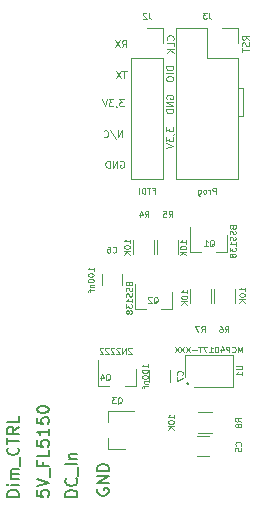
<source format=gbr>
G04 #@! TF.GenerationSoftware,KiCad,Pcbnew,(5.1.2)-2*
G04 #@! TF.CreationDate,2019-09-14T17:42:32+02:00*
G04 #@! TF.ProjectId,Inwall_Top,496e7761-6c6c-45f5-946f-702e6b696361,rev?*
G04 #@! TF.SameCoordinates,Original*
G04 #@! TF.FileFunction,Legend,Bot*
G04 #@! TF.FilePolarity,Positive*
%FSLAX46Y46*%
G04 Gerber Fmt 4.6, Leading zero omitted, Abs format (unit mm)*
G04 Created by KiCad (PCBNEW (5.1.2)-2) date 2019-09-14 17:42:32*
%MOMM*%
%LPD*%
G04 APERTURE LIST*
%ADD10C,0.100000*%
%ADD11C,0.120000*%
%ADD12C,0.125000*%
%ADD13C,0.130000*%
%ADD14C,0.150000*%
G04 APERTURE END LIST*
D10*
X123371428Y-65946428D02*
X123085714Y-65746428D01*
X123371428Y-65603571D02*
X122771428Y-65603571D01*
X122771428Y-65832142D01*
X122800000Y-65889285D01*
X122828571Y-65917857D01*
X122885714Y-65946428D01*
X122971428Y-65946428D01*
X123028571Y-65917857D01*
X123057142Y-65889285D01*
X123085714Y-65832142D01*
X123085714Y-65603571D01*
X123342857Y-66175000D02*
X123371428Y-66260714D01*
X123371428Y-66403571D01*
X123342857Y-66460714D01*
X123314285Y-66489285D01*
X123257142Y-66517857D01*
X123200000Y-66517857D01*
X123142857Y-66489285D01*
X123114285Y-66460714D01*
X123085714Y-66403571D01*
X123057142Y-66289285D01*
X123028571Y-66232142D01*
X123000000Y-66203571D01*
X122942857Y-66175000D01*
X122885714Y-66175000D01*
X122828571Y-66203571D01*
X122800000Y-66232142D01*
X122771428Y-66289285D01*
X122771428Y-66432142D01*
X122800000Y-66517857D01*
X122771428Y-66689285D02*
X122771428Y-67032142D01*
X123371428Y-66860714D02*
X122771428Y-66860714D01*
D11*
X122450000Y-70050000D02*
X122875000Y-70050000D01*
X122875000Y-70050000D02*
X122875000Y-72375000D01*
X122875000Y-72375000D02*
X122425000Y-72375000D01*
D10*
X116371428Y-73339285D02*
X116371428Y-73710714D01*
X116600000Y-73510714D01*
X116600000Y-73596428D01*
X116628571Y-73653571D01*
X116657142Y-73682142D01*
X116714285Y-73710714D01*
X116857142Y-73710714D01*
X116914285Y-73682142D01*
X116942857Y-73653571D01*
X116971428Y-73596428D01*
X116971428Y-73425000D01*
X116942857Y-73367857D01*
X116914285Y-73339285D01*
X116942857Y-73996428D02*
X116971428Y-73996428D01*
X117028571Y-73967857D01*
X117057142Y-73939285D01*
X116371428Y-74196428D02*
X116371428Y-74567857D01*
X116600000Y-74367857D01*
X116600000Y-74453571D01*
X116628571Y-74510714D01*
X116657142Y-74539285D01*
X116714285Y-74567857D01*
X116857142Y-74567857D01*
X116914285Y-74539285D01*
X116942857Y-74510714D01*
X116971428Y-74453571D01*
X116971428Y-74282142D01*
X116942857Y-74225000D01*
X116914285Y-74196428D01*
X116371428Y-74739285D02*
X116971428Y-74939285D01*
X116371428Y-75139285D01*
X116400000Y-70942857D02*
X116371428Y-70885714D01*
X116371428Y-70800000D01*
X116400000Y-70714285D01*
X116457142Y-70657142D01*
X116514285Y-70628571D01*
X116628571Y-70600000D01*
X116714285Y-70600000D01*
X116828571Y-70628571D01*
X116885714Y-70657142D01*
X116942857Y-70714285D01*
X116971428Y-70800000D01*
X116971428Y-70857142D01*
X116942857Y-70942857D01*
X116914285Y-70971428D01*
X116714285Y-70971428D01*
X116714285Y-70857142D01*
X116971428Y-71228571D02*
X116371428Y-71228571D01*
X116971428Y-71571428D01*
X116371428Y-71571428D01*
X116971428Y-71857142D02*
X116371428Y-71857142D01*
X116371428Y-72000000D01*
X116400000Y-72085714D01*
X116457142Y-72142857D01*
X116514285Y-72171428D01*
X116628571Y-72200000D01*
X116714285Y-72200000D01*
X116828571Y-72171428D01*
X116885714Y-72142857D01*
X116942857Y-72085714D01*
X116971428Y-72000000D01*
X116971428Y-71857142D01*
X116971428Y-68210714D02*
X116371428Y-68210714D01*
X116371428Y-68353571D01*
X116400000Y-68439285D01*
X116457142Y-68496428D01*
X116514285Y-68525000D01*
X116628571Y-68553571D01*
X116714285Y-68553571D01*
X116828571Y-68525000D01*
X116885714Y-68496428D01*
X116942857Y-68439285D01*
X116971428Y-68353571D01*
X116971428Y-68210714D01*
X116971428Y-68810714D02*
X116371428Y-68810714D01*
X116371428Y-69210714D02*
X116371428Y-69325000D01*
X116400000Y-69382142D01*
X116457142Y-69439285D01*
X116571428Y-69467857D01*
X116771428Y-69467857D01*
X116885714Y-69439285D01*
X116942857Y-69382142D01*
X116971428Y-69325000D01*
X116971428Y-69210714D01*
X116942857Y-69153571D01*
X116885714Y-69096428D01*
X116771428Y-69067857D01*
X116571428Y-69067857D01*
X116457142Y-69096428D01*
X116400000Y-69153571D01*
X116371428Y-69210714D01*
X116939285Y-65967857D02*
X116967857Y-65939285D01*
X116996428Y-65853571D01*
X116996428Y-65796428D01*
X116967857Y-65710714D01*
X116910714Y-65653571D01*
X116853571Y-65625000D01*
X116739285Y-65596428D01*
X116653571Y-65596428D01*
X116539285Y-65625000D01*
X116482142Y-65653571D01*
X116425000Y-65710714D01*
X116396428Y-65796428D01*
X116396428Y-65853571D01*
X116425000Y-65939285D01*
X116453571Y-65967857D01*
X116996428Y-66510714D02*
X116996428Y-66225000D01*
X116396428Y-66225000D01*
X116996428Y-66710714D02*
X116396428Y-66710714D01*
X116996428Y-67053571D02*
X116653571Y-66796428D01*
X116396428Y-67053571D02*
X116739285Y-66710714D01*
X112482142Y-76225000D02*
X112539285Y-76196428D01*
X112625000Y-76196428D01*
X112710714Y-76225000D01*
X112767857Y-76282142D01*
X112796428Y-76339285D01*
X112825000Y-76453571D01*
X112825000Y-76539285D01*
X112796428Y-76653571D01*
X112767857Y-76710714D01*
X112710714Y-76767857D01*
X112625000Y-76796428D01*
X112567857Y-76796428D01*
X112482142Y-76767857D01*
X112453571Y-76739285D01*
X112453571Y-76539285D01*
X112567857Y-76539285D01*
X112196428Y-76796428D02*
X112196428Y-76196428D01*
X111853571Y-76796428D01*
X111853571Y-76196428D01*
X111567857Y-76796428D02*
X111567857Y-76196428D01*
X111425000Y-76196428D01*
X111339285Y-76225000D01*
X111282142Y-76282142D01*
X111253571Y-76339285D01*
X111225000Y-76453571D01*
X111225000Y-76539285D01*
X111253571Y-76653571D01*
X111282142Y-76710714D01*
X111339285Y-76767857D01*
X111425000Y-76796428D01*
X111567857Y-76796428D01*
X112660714Y-74221428D02*
X112660714Y-73621428D01*
X112317857Y-74221428D01*
X112317857Y-73621428D01*
X111603571Y-73592857D02*
X112117857Y-74364285D01*
X111060714Y-74164285D02*
X111089285Y-74192857D01*
X111175000Y-74221428D01*
X111232142Y-74221428D01*
X111317857Y-74192857D01*
X111375000Y-74135714D01*
X111403571Y-74078571D01*
X111432142Y-73964285D01*
X111432142Y-73878571D01*
X111403571Y-73764285D01*
X111375000Y-73707142D01*
X111317857Y-73650000D01*
X111232142Y-73621428D01*
X111175000Y-73621428D01*
X111089285Y-73650000D01*
X111060714Y-73678571D01*
X112760714Y-70996428D02*
X112389285Y-70996428D01*
X112589285Y-71225000D01*
X112503571Y-71225000D01*
X112446428Y-71253571D01*
X112417857Y-71282142D01*
X112389285Y-71339285D01*
X112389285Y-71482142D01*
X112417857Y-71539285D01*
X112446428Y-71567857D01*
X112503571Y-71596428D01*
X112675000Y-71596428D01*
X112732142Y-71567857D01*
X112760714Y-71539285D01*
X112103571Y-71567857D02*
X112103571Y-71596428D01*
X112132142Y-71653571D01*
X112160714Y-71682142D01*
X111903571Y-70996428D02*
X111532142Y-70996428D01*
X111732142Y-71225000D01*
X111646428Y-71225000D01*
X111589285Y-71253571D01*
X111560714Y-71282142D01*
X111532142Y-71339285D01*
X111532142Y-71482142D01*
X111560714Y-71539285D01*
X111589285Y-71567857D01*
X111646428Y-71596428D01*
X111817857Y-71596428D01*
X111875000Y-71567857D01*
X111903571Y-71539285D01*
X111360714Y-70996428D02*
X111160714Y-71596428D01*
X110960714Y-70996428D01*
X113007142Y-68571428D02*
X112664285Y-68571428D01*
X112835714Y-69171428D02*
X112835714Y-68571428D01*
X112521428Y-68571428D02*
X112121428Y-69171428D01*
X112121428Y-68571428D02*
X112521428Y-69171428D01*
X112625000Y-66596428D02*
X112825000Y-66310714D01*
X112967857Y-66596428D02*
X112967857Y-65996428D01*
X112739285Y-65996428D01*
X112682142Y-66025000D01*
X112653571Y-66053571D01*
X112625000Y-66110714D01*
X112625000Y-66196428D01*
X112653571Y-66253571D01*
X112682142Y-66282142D01*
X112739285Y-66310714D01*
X112967857Y-66310714D01*
X112425000Y-65996428D02*
X112025000Y-66596428D01*
X112025000Y-65996428D02*
X112425000Y-66596428D01*
X116062000Y-77758000D02*
X113402000Y-77758000D01*
X116062000Y-67538000D02*
X116062000Y-77758000D01*
X113402000Y-67538000D02*
X113402000Y-77758000D01*
X116062000Y-67538000D02*
X113402000Y-67538000D01*
X116062000Y-66268000D02*
X116062000Y-64938000D01*
X116062000Y-64938000D02*
X114732000Y-64938000D01*
X122412000Y-77758000D02*
X117212000Y-77758000D01*
X122412000Y-67538000D02*
X122412000Y-77758000D01*
X117212000Y-64938000D02*
X117212000Y-77758000D01*
X122412000Y-67538000D02*
X119812000Y-67538000D01*
X119812000Y-67538000D02*
X119812000Y-64938000D01*
X119812000Y-64938000D02*
X117212000Y-64938000D01*
X122412000Y-66268000D02*
X122412000Y-64938000D01*
X122412000Y-64938000D02*
X121082000Y-64938000D01*
X121550000Y-83940000D02*
X121550000Y-82480000D01*
X118390000Y-83940000D02*
X118390000Y-81780000D01*
X118390000Y-83940000D02*
X119320000Y-83940000D01*
X121550000Y-83940000D02*
X120620000Y-83940000D01*
X116856000Y-88766000D02*
X115926000Y-88766000D01*
X113696000Y-88766000D02*
X114626000Y-88766000D01*
X113696000Y-88766000D02*
X113696000Y-86606000D01*
X116856000Y-88766000D02*
X116856000Y-87306000D01*
X115328000Y-84130000D02*
X115328000Y-82930000D01*
X113568000Y-82930000D02*
X113568000Y-84130000D01*
X117360000Y-84130000D02*
X117360000Y-82930000D01*
X115600000Y-82930000D02*
X115600000Y-84130000D01*
X120426000Y-87088000D02*
X120426000Y-88288000D01*
X122186000Y-88288000D02*
X122186000Y-87088000D01*
X118394000Y-87088000D02*
X118394000Y-88288000D01*
X120154000Y-88288000D02*
X120154000Y-87088000D01*
X119032000Y-99236000D02*
X120232000Y-99236000D01*
X120232000Y-97476000D02*
X119032000Y-97476000D01*
X118750000Y-95325000D02*
X122050000Y-95325000D01*
X122050000Y-95325000D02*
X122050000Y-92675000D01*
X122050000Y-92675000D02*
X117950000Y-92675000D01*
X117950000Y-92675000D02*
X117950000Y-94525000D01*
X118255902Y-95075000D02*
G75*
G03X118255902Y-95075000I-55902J0D01*
G01*
X118286803Y-95075000D02*
G75*
G03X118286803Y-95075000I-111803J0D01*
G01*
X113780000Y-95260000D02*
X112850000Y-95260000D01*
X110620000Y-95260000D02*
X111550000Y-95260000D01*
X110620000Y-95260000D02*
X110620000Y-93100000D01*
X113780000Y-95260000D02*
X113780000Y-93800000D01*
D11*
X111440000Y-100580000D02*
X111440000Y-99650000D01*
X111440000Y-97420000D02*
X111440000Y-98350000D01*
X111440000Y-97420000D02*
X113600000Y-97420000D01*
X111440000Y-100580000D02*
X112900000Y-100580000D01*
X118978000Y-99538000D02*
X119978000Y-99538000D01*
X119978000Y-101238000D02*
X118978000Y-101238000D01*
X110900000Y-86750000D02*
X110900000Y-85750000D01*
X112600000Y-85750000D02*
X112600000Y-86750000D01*
X116650000Y-93900000D02*
X116650000Y-94900000D01*
X114950000Y-94900000D02*
X114950000Y-93900000D01*
D12*
X114898666Y-63664190D02*
X114898666Y-64021333D01*
X114922476Y-64092761D01*
X114970095Y-64140380D01*
X115041523Y-64164190D01*
X115089142Y-64164190D01*
X114684380Y-63711809D02*
X114660571Y-63688000D01*
X114612952Y-63664190D01*
X114493904Y-63664190D01*
X114446285Y-63688000D01*
X114422476Y-63711809D01*
X114398666Y-63759428D01*
X114398666Y-63807047D01*
X114422476Y-63878476D01*
X114708190Y-64164190D01*
X114398666Y-64164190D01*
D13*
D12*
X115220095Y-78722285D02*
X115386761Y-78722285D01*
X115386761Y-78984190D02*
X115386761Y-78484190D01*
X115148666Y-78484190D01*
X115029619Y-78484190D02*
X114743904Y-78484190D01*
X114886761Y-78984190D02*
X114886761Y-78484190D01*
X114577238Y-78984190D02*
X114577238Y-78484190D01*
X114458190Y-78484190D01*
X114386761Y-78508000D01*
X114339142Y-78555619D01*
X114315333Y-78603238D01*
X114291523Y-78698476D01*
X114291523Y-78769904D01*
X114315333Y-78865142D01*
X114339142Y-78912761D01*
X114386761Y-78960380D01*
X114458190Y-78984190D01*
X114577238Y-78984190D01*
X114077238Y-78984190D02*
X114077238Y-78484190D01*
D13*
D12*
X119978666Y-63664190D02*
X119978666Y-64021333D01*
X120002476Y-64092761D01*
X120050095Y-64140380D01*
X120121523Y-64164190D01*
X120169142Y-64164190D01*
X119788190Y-63664190D02*
X119478666Y-63664190D01*
X119645333Y-63854666D01*
X119573904Y-63854666D01*
X119526285Y-63878476D01*
X119502476Y-63902285D01*
X119478666Y-63949904D01*
X119478666Y-64068952D01*
X119502476Y-64116571D01*
X119526285Y-64140380D01*
X119573904Y-64164190D01*
X119716761Y-64164190D01*
X119764380Y-64140380D01*
X119788190Y-64116571D01*
D13*
D12*
X120550095Y-78984190D02*
X120550095Y-78484190D01*
X120359619Y-78484190D01*
X120312000Y-78508000D01*
X120288190Y-78531809D01*
X120264380Y-78579428D01*
X120264380Y-78650857D01*
X120288190Y-78698476D01*
X120312000Y-78722285D01*
X120359619Y-78746095D01*
X120550095Y-78746095D01*
X120050095Y-78984190D02*
X120050095Y-78650857D01*
X120050095Y-78746095D02*
X120026285Y-78698476D01*
X120002476Y-78674666D01*
X119954857Y-78650857D01*
X119907238Y-78650857D01*
X119669142Y-78984190D02*
X119716761Y-78960380D01*
X119740571Y-78936571D01*
X119764380Y-78888952D01*
X119764380Y-78746095D01*
X119740571Y-78698476D01*
X119716761Y-78674666D01*
X119669142Y-78650857D01*
X119597714Y-78650857D01*
X119550095Y-78674666D01*
X119526285Y-78698476D01*
X119502476Y-78746095D01*
X119502476Y-78888952D01*
X119526285Y-78936571D01*
X119550095Y-78960380D01*
X119597714Y-78984190D01*
X119669142Y-78984190D01*
X119073904Y-78650857D02*
X119073904Y-79055619D01*
X119097714Y-79103238D01*
X119121523Y-79127047D01*
X119169142Y-79150857D01*
X119240571Y-79150857D01*
X119288190Y-79127047D01*
X119073904Y-78960380D02*
X119121523Y-78984190D01*
X119216761Y-78984190D01*
X119264380Y-78960380D01*
X119288190Y-78936571D01*
X119312000Y-78888952D01*
X119312000Y-78746095D01*
X119288190Y-78698476D01*
X119264380Y-78674666D01*
X119216761Y-78650857D01*
X119121523Y-78650857D01*
X119073904Y-78674666D01*
D13*
D12*
X120047619Y-83453809D02*
X120095238Y-83430000D01*
X120142857Y-83382380D01*
X120214285Y-83310952D01*
X120261904Y-83287142D01*
X120309523Y-83287142D01*
X120285714Y-83406190D02*
X120333333Y-83382380D01*
X120380952Y-83334761D01*
X120404761Y-83239523D01*
X120404761Y-83072857D01*
X120380952Y-82977619D01*
X120333333Y-82930000D01*
X120285714Y-82906190D01*
X120190476Y-82906190D01*
X120142857Y-82930000D01*
X120095238Y-82977619D01*
X120071428Y-83072857D01*
X120071428Y-83239523D01*
X120095238Y-83334761D01*
X120142857Y-83382380D01*
X120190476Y-83406190D01*
X120285714Y-83406190D01*
X119595238Y-83406190D02*
X119880952Y-83406190D01*
X119738095Y-83406190D02*
X119738095Y-82906190D01*
X119785714Y-82977619D01*
X119833333Y-83025238D01*
X119880952Y-83049047D01*
D13*
D12*
X121989285Y-81845238D02*
X122013095Y-81916666D01*
X122036904Y-81940476D01*
X122084523Y-81964285D01*
X122155952Y-81964285D01*
X122203571Y-81940476D01*
X122227380Y-81916666D01*
X122251190Y-81869047D01*
X122251190Y-81678571D01*
X121751190Y-81678571D01*
X121751190Y-81845238D01*
X121775000Y-81892857D01*
X121798809Y-81916666D01*
X121846428Y-81940476D01*
X121894047Y-81940476D01*
X121941666Y-81916666D01*
X121965476Y-81892857D01*
X121989285Y-81845238D01*
X121989285Y-81678571D01*
X122227380Y-82154761D02*
X122251190Y-82226190D01*
X122251190Y-82345238D01*
X122227380Y-82392857D01*
X122203571Y-82416666D01*
X122155952Y-82440476D01*
X122108333Y-82440476D01*
X122060714Y-82416666D01*
X122036904Y-82392857D01*
X122013095Y-82345238D01*
X121989285Y-82250000D01*
X121965476Y-82202380D01*
X121941666Y-82178571D01*
X121894047Y-82154761D01*
X121846428Y-82154761D01*
X121798809Y-82178571D01*
X121775000Y-82202380D01*
X121751190Y-82250000D01*
X121751190Y-82369047D01*
X121775000Y-82440476D01*
X122227380Y-82630952D02*
X122251190Y-82702380D01*
X122251190Y-82821428D01*
X122227380Y-82869047D01*
X122203571Y-82892857D01*
X122155952Y-82916666D01*
X122108333Y-82916666D01*
X122060714Y-82892857D01*
X122036904Y-82869047D01*
X122013095Y-82821428D01*
X121989285Y-82726190D01*
X121965476Y-82678571D01*
X121941666Y-82654761D01*
X121894047Y-82630952D01*
X121846428Y-82630952D01*
X121798809Y-82654761D01*
X121775000Y-82678571D01*
X121751190Y-82726190D01*
X121751190Y-82845238D01*
X121775000Y-82916666D01*
X122251190Y-83392857D02*
X122251190Y-83107142D01*
X122251190Y-83250000D02*
X121751190Y-83250000D01*
X121822619Y-83202380D01*
X121870238Y-83154761D01*
X121894047Y-83107142D01*
X121751190Y-83559523D02*
X121751190Y-83869047D01*
X121941666Y-83702380D01*
X121941666Y-83773809D01*
X121965476Y-83821428D01*
X121989285Y-83845238D01*
X122036904Y-83869047D01*
X122155952Y-83869047D01*
X122203571Y-83845238D01*
X122227380Y-83821428D01*
X122251190Y-83773809D01*
X122251190Y-83630952D01*
X122227380Y-83583333D01*
X122203571Y-83559523D01*
X121965476Y-84154761D02*
X121941666Y-84107142D01*
X121917857Y-84083333D01*
X121870238Y-84059523D01*
X121846428Y-84059523D01*
X121798809Y-84083333D01*
X121775000Y-84107142D01*
X121751190Y-84154761D01*
X121751190Y-84250000D01*
X121775000Y-84297619D01*
X121798809Y-84321428D01*
X121846428Y-84345238D01*
X121870238Y-84345238D01*
X121917857Y-84321428D01*
X121941666Y-84297619D01*
X121965476Y-84250000D01*
X121965476Y-84154761D01*
X121989285Y-84107142D01*
X122013095Y-84083333D01*
X122060714Y-84059523D01*
X122155952Y-84059523D01*
X122203571Y-84083333D01*
X122227380Y-84107142D01*
X122251190Y-84154761D01*
X122251190Y-84250000D01*
X122227380Y-84297619D01*
X122203571Y-84321428D01*
X122155952Y-84345238D01*
X122060714Y-84345238D01*
X122013095Y-84321428D01*
X121989285Y-84297619D01*
X121965476Y-84250000D01*
D13*
D12*
X115297619Y-88273809D02*
X115345238Y-88250000D01*
X115392857Y-88202380D01*
X115464285Y-88130952D01*
X115511904Y-88107142D01*
X115559523Y-88107142D01*
X115535714Y-88226190D02*
X115583333Y-88202380D01*
X115630952Y-88154761D01*
X115654761Y-88059523D01*
X115654761Y-87892857D01*
X115630952Y-87797619D01*
X115583333Y-87750000D01*
X115535714Y-87726190D01*
X115440476Y-87726190D01*
X115392857Y-87750000D01*
X115345238Y-87797619D01*
X115321428Y-87892857D01*
X115321428Y-88059523D01*
X115345238Y-88154761D01*
X115392857Y-88202380D01*
X115440476Y-88226190D01*
X115535714Y-88226190D01*
X115130952Y-87773809D02*
X115107142Y-87750000D01*
X115059523Y-87726190D01*
X114940476Y-87726190D01*
X114892857Y-87750000D01*
X114869047Y-87773809D01*
X114845238Y-87821428D01*
X114845238Y-87869047D01*
X114869047Y-87940476D01*
X115154761Y-88226190D01*
X114845238Y-88226190D01*
D13*
D12*
X113214285Y-86645238D02*
X113238095Y-86716666D01*
X113261904Y-86740476D01*
X113309523Y-86764285D01*
X113380952Y-86764285D01*
X113428571Y-86740476D01*
X113452380Y-86716666D01*
X113476190Y-86669047D01*
X113476190Y-86478571D01*
X112976190Y-86478571D01*
X112976190Y-86645238D01*
X113000000Y-86692857D01*
X113023809Y-86716666D01*
X113071428Y-86740476D01*
X113119047Y-86740476D01*
X113166666Y-86716666D01*
X113190476Y-86692857D01*
X113214285Y-86645238D01*
X113214285Y-86478571D01*
X113452380Y-86954761D02*
X113476190Y-87026190D01*
X113476190Y-87145238D01*
X113452380Y-87192857D01*
X113428571Y-87216666D01*
X113380952Y-87240476D01*
X113333333Y-87240476D01*
X113285714Y-87216666D01*
X113261904Y-87192857D01*
X113238095Y-87145238D01*
X113214285Y-87050000D01*
X113190476Y-87002380D01*
X113166666Y-86978571D01*
X113119047Y-86954761D01*
X113071428Y-86954761D01*
X113023809Y-86978571D01*
X113000000Y-87002380D01*
X112976190Y-87050000D01*
X112976190Y-87169047D01*
X113000000Y-87240476D01*
X113452380Y-87430952D02*
X113476190Y-87502380D01*
X113476190Y-87621428D01*
X113452380Y-87669047D01*
X113428571Y-87692857D01*
X113380952Y-87716666D01*
X113333333Y-87716666D01*
X113285714Y-87692857D01*
X113261904Y-87669047D01*
X113238095Y-87621428D01*
X113214285Y-87526190D01*
X113190476Y-87478571D01*
X113166666Y-87454761D01*
X113119047Y-87430952D01*
X113071428Y-87430952D01*
X113023809Y-87454761D01*
X113000000Y-87478571D01*
X112976190Y-87526190D01*
X112976190Y-87645238D01*
X113000000Y-87716666D01*
X113476190Y-88192857D02*
X113476190Y-87907142D01*
X113476190Y-88050000D02*
X112976190Y-88050000D01*
X113047619Y-88002380D01*
X113095238Y-87954761D01*
X113119047Y-87907142D01*
X112976190Y-88359523D02*
X112976190Y-88669047D01*
X113166666Y-88502380D01*
X113166666Y-88573809D01*
X113190476Y-88621428D01*
X113214285Y-88645238D01*
X113261904Y-88669047D01*
X113380952Y-88669047D01*
X113428571Y-88645238D01*
X113452380Y-88621428D01*
X113476190Y-88573809D01*
X113476190Y-88430952D01*
X113452380Y-88383333D01*
X113428571Y-88359523D01*
X113190476Y-88954761D02*
X113166666Y-88907142D01*
X113142857Y-88883333D01*
X113095238Y-88859523D01*
X113071428Y-88859523D01*
X113023809Y-88883333D01*
X113000000Y-88907142D01*
X112976190Y-88954761D01*
X112976190Y-89050000D01*
X113000000Y-89097619D01*
X113023809Y-89121428D01*
X113071428Y-89145238D01*
X113095238Y-89145238D01*
X113142857Y-89121428D01*
X113166666Y-89097619D01*
X113190476Y-89050000D01*
X113190476Y-88954761D01*
X113214285Y-88907142D01*
X113238095Y-88883333D01*
X113285714Y-88859523D01*
X113380952Y-88859523D01*
X113428571Y-88883333D01*
X113452380Y-88907142D01*
X113476190Y-88954761D01*
X113476190Y-89050000D01*
X113452380Y-89097619D01*
X113428571Y-89121428D01*
X113380952Y-89145238D01*
X113285714Y-89145238D01*
X113238095Y-89121428D01*
X113214285Y-89097619D01*
X113190476Y-89050000D01*
D13*
D12*
X114583333Y-80976190D02*
X114750000Y-80738095D01*
X114869047Y-80976190D02*
X114869047Y-80476190D01*
X114678571Y-80476190D01*
X114630952Y-80500000D01*
X114607142Y-80523809D01*
X114583333Y-80571428D01*
X114583333Y-80642857D01*
X114607142Y-80690476D01*
X114630952Y-80714285D01*
X114678571Y-80738095D01*
X114869047Y-80738095D01*
X114154761Y-80642857D02*
X114154761Y-80976190D01*
X114273809Y-80452380D02*
X114392857Y-80809523D01*
X114083333Y-80809523D01*
D13*
D12*
X113301190Y-83179761D02*
X113301190Y-82894047D01*
X113301190Y-83036904D02*
X112801190Y-83036904D01*
X112872619Y-82989285D01*
X112920238Y-82941666D01*
X112944047Y-82894047D01*
X112801190Y-83489285D02*
X112801190Y-83536904D01*
X112825000Y-83584523D01*
X112848809Y-83608333D01*
X112896428Y-83632142D01*
X112991666Y-83655952D01*
X113110714Y-83655952D01*
X113205952Y-83632142D01*
X113253571Y-83608333D01*
X113277380Y-83584523D01*
X113301190Y-83536904D01*
X113301190Y-83489285D01*
X113277380Y-83441666D01*
X113253571Y-83417857D01*
X113205952Y-83394047D01*
X113110714Y-83370238D01*
X112991666Y-83370238D01*
X112896428Y-83394047D01*
X112848809Y-83417857D01*
X112825000Y-83441666D01*
X112801190Y-83489285D01*
X113301190Y-83870238D02*
X112801190Y-83870238D01*
X113301190Y-84155952D02*
X113015476Y-83941666D01*
X112801190Y-84155952D02*
X113086904Y-83870238D01*
D13*
D12*
X116583333Y-80976190D02*
X116750000Y-80738095D01*
X116869047Y-80976190D02*
X116869047Y-80476190D01*
X116678571Y-80476190D01*
X116630952Y-80500000D01*
X116607142Y-80523809D01*
X116583333Y-80571428D01*
X116583333Y-80642857D01*
X116607142Y-80690476D01*
X116630952Y-80714285D01*
X116678571Y-80738095D01*
X116869047Y-80738095D01*
X116130952Y-80476190D02*
X116369047Y-80476190D01*
X116392857Y-80714285D01*
X116369047Y-80690476D01*
X116321428Y-80666666D01*
X116202380Y-80666666D01*
X116154761Y-80690476D01*
X116130952Y-80714285D01*
X116107142Y-80761904D01*
X116107142Y-80880952D01*
X116130952Y-80928571D01*
X116154761Y-80952380D01*
X116202380Y-80976190D01*
X116321428Y-80976190D01*
X116369047Y-80952380D01*
X116392857Y-80928571D01*
D13*
D12*
X118051190Y-83229761D02*
X118051190Y-82944047D01*
X118051190Y-83086904D02*
X117551190Y-83086904D01*
X117622619Y-83039285D01*
X117670238Y-82991666D01*
X117694047Y-82944047D01*
X117551190Y-83539285D02*
X117551190Y-83586904D01*
X117575000Y-83634523D01*
X117598809Y-83658333D01*
X117646428Y-83682142D01*
X117741666Y-83705952D01*
X117860714Y-83705952D01*
X117955952Y-83682142D01*
X118003571Y-83658333D01*
X118027380Y-83634523D01*
X118051190Y-83586904D01*
X118051190Y-83539285D01*
X118027380Y-83491666D01*
X118003571Y-83467857D01*
X117955952Y-83444047D01*
X117860714Y-83420238D01*
X117741666Y-83420238D01*
X117646428Y-83444047D01*
X117598809Y-83467857D01*
X117575000Y-83491666D01*
X117551190Y-83539285D01*
X118051190Y-83920238D02*
X117551190Y-83920238D01*
X118051190Y-84205952D02*
X117765476Y-83991666D01*
X117551190Y-84205952D02*
X117836904Y-83920238D01*
D13*
D12*
X121333333Y-90726190D02*
X121500000Y-90488095D01*
X121619047Y-90726190D02*
X121619047Y-90226190D01*
X121428571Y-90226190D01*
X121380952Y-90250000D01*
X121357142Y-90273809D01*
X121333333Y-90321428D01*
X121333333Y-90392857D01*
X121357142Y-90440476D01*
X121380952Y-90464285D01*
X121428571Y-90488095D01*
X121619047Y-90488095D01*
X120904761Y-90226190D02*
X121000000Y-90226190D01*
X121047619Y-90250000D01*
X121071428Y-90273809D01*
X121119047Y-90345238D01*
X121142857Y-90440476D01*
X121142857Y-90630952D01*
X121119047Y-90678571D01*
X121095238Y-90702380D01*
X121047619Y-90726190D01*
X120952380Y-90726190D01*
X120904761Y-90702380D01*
X120880952Y-90678571D01*
X120857142Y-90630952D01*
X120857142Y-90511904D01*
X120880952Y-90464285D01*
X120904761Y-90440476D01*
X120952380Y-90416666D01*
X121047619Y-90416666D01*
X121095238Y-90440476D01*
X121119047Y-90464285D01*
X121142857Y-90511904D01*
D13*
D12*
X123051190Y-87229761D02*
X123051190Y-86944047D01*
X123051190Y-87086904D02*
X122551190Y-87086904D01*
X122622619Y-87039285D01*
X122670238Y-86991666D01*
X122694047Y-86944047D01*
X122551190Y-87539285D02*
X122551190Y-87586904D01*
X122575000Y-87634523D01*
X122598809Y-87658333D01*
X122646428Y-87682142D01*
X122741666Y-87705952D01*
X122860714Y-87705952D01*
X122955952Y-87682142D01*
X123003571Y-87658333D01*
X123027380Y-87634523D01*
X123051190Y-87586904D01*
X123051190Y-87539285D01*
X123027380Y-87491666D01*
X123003571Y-87467857D01*
X122955952Y-87444047D01*
X122860714Y-87420238D01*
X122741666Y-87420238D01*
X122646428Y-87444047D01*
X122598809Y-87467857D01*
X122575000Y-87491666D01*
X122551190Y-87539285D01*
X123051190Y-87920238D02*
X122551190Y-87920238D01*
X123051190Y-88205952D02*
X122765476Y-87991666D01*
X122551190Y-88205952D02*
X122836904Y-87920238D01*
D13*
D12*
X119333333Y-90726190D02*
X119500000Y-90488095D01*
X119619047Y-90726190D02*
X119619047Y-90226190D01*
X119428571Y-90226190D01*
X119380952Y-90250000D01*
X119357142Y-90273809D01*
X119333333Y-90321428D01*
X119333333Y-90392857D01*
X119357142Y-90440476D01*
X119380952Y-90464285D01*
X119428571Y-90488095D01*
X119619047Y-90488095D01*
X119166666Y-90226190D02*
X118833333Y-90226190D01*
X119047619Y-90726190D01*
D13*
D12*
X118151190Y-87429761D02*
X118151190Y-87144047D01*
X118151190Y-87286904D02*
X117651190Y-87286904D01*
X117722619Y-87239285D01*
X117770238Y-87191666D01*
X117794047Y-87144047D01*
X117651190Y-87739285D02*
X117651190Y-87786904D01*
X117675000Y-87834523D01*
X117698809Y-87858333D01*
X117746428Y-87882142D01*
X117841666Y-87905952D01*
X117960714Y-87905952D01*
X118055952Y-87882142D01*
X118103571Y-87858333D01*
X118127380Y-87834523D01*
X118151190Y-87786904D01*
X118151190Y-87739285D01*
X118127380Y-87691666D01*
X118103571Y-87667857D01*
X118055952Y-87644047D01*
X117960714Y-87620238D01*
X117841666Y-87620238D01*
X117746428Y-87644047D01*
X117698809Y-87667857D01*
X117675000Y-87691666D01*
X117651190Y-87739285D01*
X118151190Y-88120238D02*
X117651190Y-88120238D01*
X118151190Y-88405952D02*
X117865476Y-88191666D01*
X117651190Y-88405952D02*
X117936904Y-88120238D01*
D13*
D12*
X122726190Y-98291666D02*
X122488095Y-98125000D01*
X122726190Y-98005952D02*
X122226190Y-98005952D01*
X122226190Y-98196428D01*
X122250000Y-98244047D01*
X122273809Y-98267857D01*
X122321428Y-98291666D01*
X122392857Y-98291666D01*
X122440476Y-98267857D01*
X122464285Y-98244047D01*
X122488095Y-98196428D01*
X122488095Y-98005952D01*
X122440476Y-98577380D02*
X122416666Y-98529761D01*
X122392857Y-98505952D01*
X122345238Y-98482142D01*
X122321428Y-98482142D01*
X122273809Y-98505952D01*
X122250000Y-98529761D01*
X122226190Y-98577380D01*
X122226190Y-98672619D01*
X122250000Y-98720238D01*
X122273809Y-98744047D01*
X122321428Y-98767857D01*
X122345238Y-98767857D01*
X122392857Y-98744047D01*
X122416666Y-98720238D01*
X122440476Y-98672619D01*
X122440476Y-98577380D01*
X122464285Y-98529761D01*
X122488095Y-98505952D01*
X122535714Y-98482142D01*
X122630952Y-98482142D01*
X122678571Y-98505952D01*
X122702380Y-98529761D01*
X122726190Y-98577380D01*
X122726190Y-98672619D01*
X122702380Y-98720238D01*
X122678571Y-98744047D01*
X122630952Y-98767857D01*
X122535714Y-98767857D01*
X122488095Y-98744047D01*
X122464285Y-98720238D01*
X122440476Y-98672619D01*
D13*
D12*
X117026190Y-98004761D02*
X117026190Y-97719047D01*
X117026190Y-97861904D02*
X116526190Y-97861904D01*
X116597619Y-97814285D01*
X116645238Y-97766666D01*
X116669047Y-97719047D01*
X116526190Y-98314285D02*
X116526190Y-98361904D01*
X116550000Y-98409523D01*
X116573809Y-98433333D01*
X116621428Y-98457142D01*
X116716666Y-98480952D01*
X116835714Y-98480952D01*
X116930952Y-98457142D01*
X116978571Y-98433333D01*
X117002380Y-98409523D01*
X117026190Y-98361904D01*
X117026190Y-98314285D01*
X117002380Y-98266666D01*
X116978571Y-98242857D01*
X116930952Y-98219047D01*
X116835714Y-98195238D01*
X116716666Y-98195238D01*
X116621428Y-98219047D01*
X116573809Y-98242857D01*
X116550000Y-98266666D01*
X116526190Y-98314285D01*
X117026190Y-98695238D02*
X116526190Y-98695238D01*
X117026190Y-98980952D02*
X116740476Y-98766666D01*
X116526190Y-98980952D02*
X116811904Y-98695238D01*
D13*
D12*
X122310190Y-93578047D02*
X122714952Y-93578047D01*
X122762571Y-93601857D01*
X122786380Y-93625666D01*
X122810190Y-93673285D01*
X122810190Y-93768523D01*
X122786380Y-93816142D01*
X122762571Y-93839952D01*
X122714952Y-93863761D01*
X122310190Y-93863761D01*
X122810190Y-94363761D02*
X122810190Y-94078047D01*
X122810190Y-94220904D02*
X122310190Y-94220904D01*
X122381619Y-94173285D01*
X122429238Y-94125666D01*
X122453047Y-94078047D01*
D13*
D12*
X122792333Y-92435190D02*
X122792333Y-91935190D01*
X122625666Y-92292333D01*
X122459000Y-91935190D01*
X122459000Y-92435190D01*
X121935190Y-92387571D02*
X121959000Y-92411380D01*
X122030428Y-92435190D01*
X122078047Y-92435190D01*
X122149476Y-92411380D01*
X122197095Y-92363761D01*
X122220904Y-92316142D01*
X122244714Y-92220904D01*
X122244714Y-92149476D01*
X122220904Y-92054238D01*
X122197095Y-92006619D01*
X122149476Y-91959000D01*
X122078047Y-91935190D01*
X122030428Y-91935190D01*
X121959000Y-91959000D01*
X121935190Y-91982809D01*
X121720904Y-92435190D02*
X121720904Y-91935190D01*
X121530428Y-91935190D01*
X121482809Y-91959000D01*
X121459000Y-91982809D01*
X121435190Y-92030428D01*
X121435190Y-92101857D01*
X121459000Y-92149476D01*
X121482809Y-92173285D01*
X121530428Y-92197095D01*
X121720904Y-92197095D01*
X121006619Y-92101857D02*
X121006619Y-92435190D01*
X121125666Y-91911380D02*
X121244714Y-92268523D01*
X120935190Y-92268523D01*
X120649476Y-91935190D02*
X120601857Y-91935190D01*
X120554238Y-91959000D01*
X120530428Y-91982809D01*
X120506619Y-92030428D01*
X120482809Y-92125666D01*
X120482809Y-92244714D01*
X120506619Y-92339952D01*
X120530428Y-92387571D01*
X120554238Y-92411380D01*
X120601857Y-92435190D01*
X120649476Y-92435190D01*
X120697095Y-92411380D01*
X120720904Y-92387571D01*
X120744714Y-92339952D01*
X120768523Y-92244714D01*
X120768523Y-92125666D01*
X120744714Y-92030428D01*
X120720904Y-91982809D01*
X120697095Y-91959000D01*
X120649476Y-91935190D01*
X120006619Y-92435190D02*
X120292333Y-92435190D01*
X120149476Y-92435190D02*
X120149476Y-91935190D01*
X120197095Y-92006619D01*
X120244714Y-92054238D01*
X120292333Y-92078047D01*
X119839952Y-91935190D02*
X119506619Y-91935190D01*
X119720904Y-92435190D01*
X119387571Y-91935190D02*
X119101857Y-91935190D01*
X119244714Y-92435190D02*
X119244714Y-91935190D01*
X118935190Y-92244714D02*
X118554238Y-92244714D01*
X118363761Y-91935190D02*
X118030428Y-92435190D01*
X118030428Y-91935190D02*
X118363761Y-92435190D01*
X117887571Y-91935190D02*
X117554238Y-92435190D01*
X117554238Y-91935190D02*
X117887571Y-92435190D01*
X117411380Y-91935190D02*
X117078047Y-92435190D01*
X117078047Y-91935190D02*
X117411380Y-92435190D01*
D13*
D12*
X111252619Y-94807809D02*
X111300238Y-94784000D01*
X111347857Y-94736380D01*
X111419285Y-94664952D01*
X111466904Y-94641142D01*
X111514523Y-94641142D01*
X111490714Y-94760190D02*
X111538333Y-94736380D01*
X111585952Y-94688761D01*
X111609761Y-94593523D01*
X111609761Y-94426857D01*
X111585952Y-94331619D01*
X111538333Y-94284000D01*
X111490714Y-94260190D01*
X111395476Y-94260190D01*
X111347857Y-94284000D01*
X111300238Y-94331619D01*
X111276428Y-94426857D01*
X111276428Y-94593523D01*
X111300238Y-94688761D01*
X111347857Y-94736380D01*
X111395476Y-94760190D01*
X111490714Y-94760190D01*
X110847857Y-94426857D02*
X110847857Y-94760190D01*
X110966904Y-94236380D02*
X111085952Y-94593523D01*
X110776428Y-94593523D01*
D13*
D12*
X113437142Y-92082809D02*
X113413333Y-92059000D01*
X113365714Y-92035190D01*
X113246666Y-92035190D01*
X113199047Y-92059000D01*
X113175238Y-92082809D01*
X113151428Y-92130428D01*
X113151428Y-92178047D01*
X113175238Y-92249476D01*
X113460952Y-92535190D01*
X113151428Y-92535190D01*
X112937142Y-92535190D02*
X112937142Y-92035190D01*
X112651428Y-92535190D01*
X112651428Y-92035190D01*
X112437142Y-92082809D02*
X112413333Y-92059000D01*
X112365714Y-92035190D01*
X112246666Y-92035190D01*
X112199047Y-92059000D01*
X112175238Y-92082809D01*
X112151428Y-92130428D01*
X112151428Y-92178047D01*
X112175238Y-92249476D01*
X112460952Y-92535190D01*
X112151428Y-92535190D01*
X111960952Y-92082809D02*
X111937142Y-92059000D01*
X111889523Y-92035190D01*
X111770476Y-92035190D01*
X111722857Y-92059000D01*
X111699047Y-92082809D01*
X111675238Y-92130428D01*
X111675238Y-92178047D01*
X111699047Y-92249476D01*
X111984761Y-92535190D01*
X111675238Y-92535190D01*
X111484761Y-92082809D02*
X111460952Y-92059000D01*
X111413333Y-92035190D01*
X111294285Y-92035190D01*
X111246666Y-92059000D01*
X111222857Y-92082809D01*
X111199047Y-92130428D01*
X111199047Y-92178047D01*
X111222857Y-92249476D01*
X111508571Y-92535190D01*
X111199047Y-92535190D01*
X111008571Y-92082809D02*
X110984761Y-92059000D01*
X110937142Y-92035190D01*
X110818095Y-92035190D01*
X110770476Y-92059000D01*
X110746666Y-92082809D01*
X110722857Y-92130428D01*
X110722857Y-92178047D01*
X110746666Y-92249476D01*
X111032380Y-92535190D01*
X110722857Y-92535190D01*
D13*
D12*
X112247619Y-96773809D02*
X112295238Y-96750000D01*
X112342857Y-96702380D01*
X112414285Y-96630952D01*
X112461904Y-96607142D01*
X112509523Y-96607142D01*
X112485714Y-96726190D02*
X112533333Y-96702380D01*
X112580952Y-96654761D01*
X112604761Y-96559523D01*
X112604761Y-96392857D01*
X112580952Y-96297619D01*
X112533333Y-96250000D01*
X112485714Y-96226190D01*
X112390476Y-96226190D01*
X112342857Y-96250000D01*
X112295238Y-96297619D01*
X112271428Y-96392857D01*
X112271428Y-96559523D01*
X112295238Y-96654761D01*
X112342857Y-96702380D01*
X112390476Y-96726190D01*
X112485714Y-96726190D01*
X112104761Y-96226190D02*
X111795238Y-96226190D01*
X111961904Y-96416666D01*
X111890476Y-96416666D01*
X111842857Y-96440476D01*
X111819047Y-96464285D01*
X111795238Y-96511904D01*
X111795238Y-96630952D01*
X111819047Y-96678571D01*
X111842857Y-96702380D01*
X111890476Y-96726190D01*
X112033333Y-96726190D01*
X112080952Y-96702380D01*
X112104761Y-96678571D01*
D13*
D12*
X122678571Y-100316666D02*
X122702380Y-100292857D01*
X122726190Y-100221428D01*
X122726190Y-100173809D01*
X122702380Y-100102380D01*
X122654761Y-100054761D01*
X122607142Y-100030952D01*
X122511904Y-100007142D01*
X122440476Y-100007142D01*
X122345238Y-100030952D01*
X122297619Y-100054761D01*
X122250000Y-100102380D01*
X122226190Y-100173809D01*
X122226190Y-100221428D01*
X122250000Y-100292857D01*
X122273809Y-100316666D01*
X122226190Y-100769047D02*
X122226190Y-100530952D01*
X122464285Y-100507142D01*
X122440476Y-100530952D01*
X122416666Y-100578571D01*
X122416666Y-100697619D01*
X122440476Y-100745238D01*
X122464285Y-100769047D01*
X122511904Y-100792857D01*
X122630952Y-100792857D01*
X122678571Y-100769047D01*
X122702380Y-100745238D01*
X122726190Y-100697619D01*
X122726190Y-100578571D01*
X122702380Y-100530952D01*
X122678571Y-100507142D01*
D13*
D12*
X111833333Y-83928571D02*
X111857142Y-83952380D01*
X111928571Y-83976190D01*
X111976190Y-83976190D01*
X112047619Y-83952380D01*
X112095238Y-83904761D01*
X112119047Y-83857142D01*
X112142857Y-83761904D01*
X112142857Y-83690476D01*
X112119047Y-83595238D01*
X112095238Y-83547619D01*
X112047619Y-83500000D01*
X111976190Y-83476190D01*
X111928571Y-83476190D01*
X111857142Y-83500000D01*
X111833333Y-83523809D01*
X111404761Y-83476190D02*
X111500000Y-83476190D01*
X111547619Y-83500000D01*
X111571428Y-83523809D01*
X111619047Y-83595238D01*
X111642857Y-83690476D01*
X111642857Y-83880952D01*
X111619047Y-83928571D01*
X111595238Y-83952380D01*
X111547619Y-83976190D01*
X111452380Y-83976190D01*
X111404761Y-83952380D01*
X111380952Y-83928571D01*
X111357142Y-83880952D01*
X111357142Y-83761904D01*
X111380952Y-83714285D01*
X111404761Y-83690476D01*
X111452380Y-83666666D01*
X111547619Y-83666666D01*
X111595238Y-83690476D01*
X111619047Y-83714285D01*
X111642857Y-83761904D01*
D13*
D12*
X110226190Y-85547619D02*
X110226190Y-85261904D01*
X110226190Y-85404761D02*
X109726190Y-85404761D01*
X109797619Y-85357142D01*
X109845238Y-85309523D01*
X109869047Y-85261904D01*
X109726190Y-85857142D02*
X109726190Y-85904761D01*
X109750000Y-85952380D01*
X109773809Y-85976190D01*
X109821428Y-86000000D01*
X109916666Y-86023809D01*
X110035714Y-86023809D01*
X110130952Y-86000000D01*
X110178571Y-85976190D01*
X110202380Y-85952380D01*
X110226190Y-85904761D01*
X110226190Y-85857142D01*
X110202380Y-85809523D01*
X110178571Y-85785714D01*
X110130952Y-85761904D01*
X110035714Y-85738095D01*
X109916666Y-85738095D01*
X109821428Y-85761904D01*
X109773809Y-85785714D01*
X109750000Y-85809523D01*
X109726190Y-85857142D01*
X109726190Y-86333333D02*
X109726190Y-86380952D01*
X109750000Y-86428571D01*
X109773809Y-86452380D01*
X109821428Y-86476190D01*
X109916666Y-86500000D01*
X110035714Y-86500000D01*
X110130952Y-86476190D01*
X110178571Y-86452380D01*
X110202380Y-86428571D01*
X110226190Y-86380952D01*
X110226190Y-86333333D01*
X110202380Y-86285714D01*
X110178571Y-86261904D01*
X110130952Y-86238095D01*
X110035714Y-86214285D01*
X109916666Y-86214285D01*
X109821428Y-86238095D01*
X109773809Y-86261904D01*
X109750000Y-86285714D01*
X109726190Y-86333333D01*
X109892857Y-86714285D02*
X110226190Y-86714285D01*
X109940476Y-86714285D02*
X109916666Y-86738095D01*
X109892857Y-86785714D01*
X109892857Y-86857142D01*
X109916666Y-86904761D01*
X109964285Y-86928571D01*
X110226190Y-86928571D01*
X109892857Y-87095238D02*
X109892857Y-87285714D01*
X110226190Y-87166666D02*
X109797619Y-87166666D01*
X109750000Y-87190476D01*
X109726190Y-87238095D01*
X109726190Y-87285714D01*
D13*
D12*
X117728571Y-94316666D02*
X117752380Y-94292857D01*
X117776190Y-94221428D01*
X117776190Y-94173809D01*
X117752380Y-94102380D01*
X117704761Y-94054761D01*
X117657142Y-94030952D01*
X117561904Y-94007142D01*
X117490476Y-94007142D01*
X117395238Y-94030952D01*
X117347619Y-94054761D01*
X117300000Y-94102380D01*
X117276190Y-94173809D01*
X117276190Y-94221428D01*
X117300000Y-94292857D01*
X117323809Y-94316666D01*
X117276190Y-94483333D02*
X117276190Y-94816666D01*
X117776190Y-94602380D01*
D13*
D12*
X114826190Y-93697619D02*
X114826190Y-93411904D01*
X114826190Y-93554761D02*
X114326190Y-93554761D01*
X114397619Y-93507142D01*
X114445238Y-93459523D01*
X114469047Y-93411904D01*
X114326190Y-94007142D02*
X114326190Y-94054761D01*
X114350000Y-94102380D01*
X114373809Y-94126190D01*
X114421428Y-94150000D01*
X114516666Y-94173809D01*
X114635714Y-94173809D01*
X114730952Y-94150000D01*
X114778571Y-94126190D01*
X114802380Y-94102380D01*
X114826190Y-94054761D01*
X114826190Y-94007142D01*
X114802380Y-93959523D01*
X114778571Y-93935714D01*
X114730952Y-93911904D01*
X114635714Y-93888095D01*
X114516666Y-93888095D01*
X114421428Y-93911904D01*
X114373809Y-93935714D01*
X114350000Y-93959523D01*
X114326190Y-94007142D01*
X114326190Y-94483333D02*
X114326190Y-94530952D01*
X114350000Y-94578571D01*
X114373809Y-94602380D01*
X114421428Y-94626190D01*
X114516666Y-94650000D01*
X114635714Y-94650000D01*
X114730952Y-94626190D01*
X114778571Y-94602380D01*
X114802380Y-94578571D01*
X114826190Y-94530952D01*
X114826190Y-94483333D01*
X114802380Y-94435714D01*
X114778571Y-94411904D01*
X114730952Y-94388095D01*
X114635714Y-94364285D01*
X114516666Y-94364285D01*
X114421428Y-94388095D01*
X114373809Y-94411904D01*
X114350000Y-94435714D01*
X114326190Y-94483333D01*
X114492857Y-94864285D02*
X114826190Y-94864285D01*
X114540476Y-94864285D02*
X114516666Y-94888095D01*
X114492857Y-94935714D01*
X114492857Y-95007142D01*
X114516666Y-95054761D01*
X114564285Y-95078571D01*
X114826190Y-95078571D01*
X114492857Y-95245238D02*
X114492857Y-95435714D01*
X114826190Y-95316666D02*
X114397619Y-95316666D01*
X114350000Y-95340476D01*
X114326190Y-95388095D01*
X114326190Y-95435714D01*
D13*
D14*
X110554940Y-103978924D02*
X110507320Y-104074162D01*
X110507320Y-104217020D01*
X110554940Y-104359877D01*
X110650178Y-104455115D01*
X110745416Y-104502734D01*
X110935892Y-104550353D01*
X111078749Y-104550353D01*
X111269225Y-104502734D01*
X111364463Y-104455115D01*
X111459701Y-104359877D01*
X111507320Y-104217020D01*
X111507320Y-104121781D01*
X111459701Y-103978924D01*
X111412082Y-103931305D01*
X111078749Y-103931305D01*
X111078749Y-104121781D01*
X111507320Y-103502734D02*
X110507320Y-103502734D01*
X111507320Y-102931305D01*
X110507320Y-102931305D01*
X111507320Y-102455115D02*
X110507320Y-102455115D01*
X110507320Y-102217020D01*
X110554940Y-102074162D01*
X110650178Y-101978924D01*
X110745416Y-101931305D01*
X110935892Y-101883686D01*
X111078749Y-101883686D01*
X111269225Y-101931305D01*
X111364463Y-101978924D01*
X111459701Y-102074162D01*
X111507320Y-102217020D01*
X111507320Y-102455115D01*
X105427320Y-104113543D02*
X105427320Y-104589734D01*
X105903511Y-104637353D01*
X105855892Y-104589734D01*
X105808273Y-104494496D01*
X105808273Y-104256400D01*
X105855892Y-104161162D01*
X105903511Y-104113543D01*
X105998749Y-104065924D01*
X106236844Y-104065924D01*
X106332082Y-104113543D01*
X106379701Y-104161162D01*
X106427320Y-104256400D01*
X106427320Y-104494496D01*
X106379701Y-104589734D01*
X106332082Y-104637353D01*
X105427320Y-103780210D02*
X106427320Y-103446877D01*
X105427320Y-103113543D01*
X106522559Y-103018305D02*
X106522559Y-102256400D01*
X105903511Y-101684972D02*
X105903511Y-102018305D01*
X106427320Y-102018305D02*
X105427320Y-102018305D01*
X105427320Y-101542115D01*
X106427320Y-100684972D02*
X106427320Y-101161162D01*
X105427320Y-101161162D01*
X105427320Y-99875448D02*
X105427320Y-100351639D01*
X105903511Y-100399258D01*
X105855892Y-100351639D01*
X105808273Y-100256400D01*
X105808273Y-100018305D01*
X105855892Y-99923067D01*
X105903511Y-99875448D01*
X105998749Y-99827829D01*
X106236844Y-99827829D01*
X106332082Y-99875448D01*
X106379701Y-99923067D01*
X106427320Y-100018305D01*
X106427320Y-100256400D01*
X106379701Y-100351639D01*
X106332082Y-100399258D01*
X106427320Y-98875448D02*
X106427320Y-99446877D01*
X106427320Y-99161162D02*
X105427320Y-99161162D01*
X105570178Y-99256400D01*
X105665416Y-99351639D01*
X105713035Y-99446877D01*
X105427320Y-97970686D02*
X105427320Y-98446877D01*
X105903511Y-98494496D01*
X105855892Y-98446877D01*
X105808273Y-98351639D01*
X105808273Y-98113543D01*
X105855892Y-98018305D01*
X105903511Y-97970686D01*
X105998749Y-97923067D01*
X106236844Y-97923067D01*
X106332082Y-97970686D01*
X106379701Y-98018305D01*
X106427320Y-98113543D01*
X106427320Y-98351639D01*
X106379701Y-98446877D01*
X106332082Y-98494496D01*
X105427320Y-97304020D02*
X105427320Y-97208781D01*
X105474940Y-97113543D01*
X105522559Y-97065924D01*
X105617797Y-97018305D01*
X105808273Y-96970686D01*
X106046368Y-96970686D01*
X106236844Y-97018305D01*
X106332082Y-97065924D01*
X106379701Y-97113543D01*
X106427320Y-97208781D01*
X106427320Y-97304020D01*
X106379701Y-97399258D01*
X106332082Y-97446877D01*
X106236844Y-97494496D01*
X106046368Y-97542115D01*
X105808273Y-97542115D01*
X105617797Y-97494496D01*
X105522559Y-97446877D01*
X105474940Y-97399258D01*
X105427320Y-97304020D01*
X108840320Y-104669353D02*
X107840320Y-104669353D01*
X107840320Y-104431258D01*
X107887940Y-104288400D01*
X107983178Y-104193162D01*
X108078416Y-104145543D01*
X108268892Y-104097924D01*
X108411749Y-104097924D01*
X108602225Y-104145543D01*
X108697463Y-104193162D01*
X108792701Y-104288400D01*
X108840320Y-104431258D01*
X108840320Y-104669353D01*
X108745082Y-103097924D02*
X108792701Y-103145543D01*
X108840320Y-103288400D01*
X108840320Y-103383639D01*
X108792701Y-103526496D01*
X108697463Y-103621734D01*
X108602225Y-103669353D01*
X108411749Y-103716972D01*
X108268892Y-103716972D01*
X108078416Y-103669353D01*
X107983178Y-103621734D01*
X107887940Y-103526496D01*
X107840320Y-103383639D01*
X107840320Y-103288400D01*
X107887940Y-103145543D01*
X107935559Y-103097924D01*
X108935559Y-102907448D02*
X108935559Y-102145543D01*
X108840320Y-101907448D02*
X107840320Y-101907448D01*
X108173654Y-101431258D02*
X108840320Y-101431258D01*
X108268892Y-101431258D02*
X108221273Y-101383639D01*
X108173654Y-101288400D01*
X108173654Y-101145543D01*
X108221273Y-101050305D01*
X108316511Y-101002686D01*
X108840320Y-101002686D01*
X103887320Y-104645353D02*
X102887320Y-104645353D01*
X102887320Y-104407258D01*
X102934940Y-104264400D01*
X103030178Y-104169162D01*
X103125416Y-104121543D01*
X103315892Y-104073924D01*
X103458749Y-104073924D01*
X103649225Y-104121543D01*
X103744463Y-104169162D01*
X103839701Y-104264400D01*
X103887320Y-104407258D01*
X103887320Y-104645353D01*
X103887320Y-103645353D02*
X103220654Y-103645353D01*
X102887320Y-103645353D02*
X102934940Y-103692972D01*
X102982559Y-103645353D01*
X102934940Y-103597734D01*
X102887320Y-103645353D01*
X102982559Y-103645353D01*
X103887320Y-103169162D02*
X103220654Y-103169162D01*
X103315892Y-103169162D02*
X103268273Y-103121543D01*
X103220654Y-103026305D01*
X103220654Y-102883448D01*
X103268273Y-102788210D01*
X103363511Y-102740591D01*
X103887320Y-102740591D01*
X103363511Y-102740591D02*
X103268273Y-102692972D01*
X103220654Y-102597734D01*
X103220654Y-102454877D01*
X103268273Y-102359639D01*
X103363511Y-102312020D01*
X103887320Y-102312020D01*
X103982559Y-102073924D02*
X103982559Y-101312020D01*
X103792082Y-100502496D02*
X103839701Y-100550115D01*
X103887320Y-100692972D01*
X103887320Y-100788210D01*
X103839701Y-100931067D01*
X103744463Y-101026305D01*
X103649225Y-101073924D01*
X103458749Y-101121543D01*
X103315892Y-101121543D01*
X103125416Y-101073924D01*
X103030178Y-101026305D01*
X102934940Y-100931067D01*
X102887320Y-100788210D01*
X102887320Y-100692972D01*
X102934940Y-100550115D01*
X102982559Y-100502496D01*
X102887320Y-100216781D02*
X102887320Y-99645353D01*
X103887320Y-99931067D02*
X102887320Y-99931067D01*
X103887320Y-98740591D02*
X103411130Y-99073924D01*
X103887320Y-99312020D02*
X102887320Y-99312020D01*
X102887320Y-98931067D01*
X102934940Y-98835829D01*
X102982559Y-98788210D01*
X103077797Y-98740591D01*
X103220654Y-98740591D01*
X103315892Y-98788210D01*
X103363511Y-98835829D01*
X103411130Y-98931067D01*
X103411130Y-99312020D01*
X103887320Y-97835829D02*
X103887320Y-98312020D01*
X102887320Y-98312020D01*
M02*

</source>
